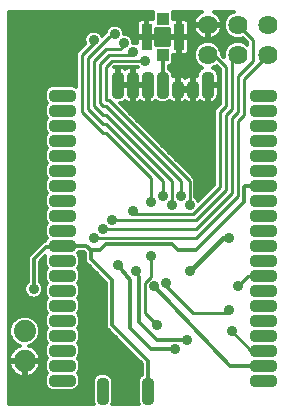
<source format=gbl>
G75*
G70*
%OFA0B0*%
%FSLAX24Y24*%
%IPPOS*%
%LPD*%
%AMOC8*
5,1,8,0,0,1.08239X$1,22.5*
%
%ADD10C,0.0640*%
%ADD11C,0.0120*%
%ADD12C,0.0300*%
%ADD13R,0.0335X0.0866*%
%ADD14R,0.0394X0.0413*%
%ADD15C,0.0740*%
%ADD16C,0.0350*%
%ADD17C,0.0100*%
%ADD18C,0.0160*%
D10*
X006960Y012276D03*
X006960Y013276D03*
X007960Y013276D03*
X007960Y012276D03*
X008960Y012276D03*
X008960Y013276D03*
D11*
X000320Y013716D02*
X000320Y000636D01*
X003154Y000636D01*
X003120Y000719D01*
X003120Y001434D01*
X003164Y001541D01*
X003246Y001622D01*
X003352Y001666D01*
X003568Y001666D01*
X003674Y001622D01*
X003756Y001541D01*
X003800Y001434D01*
X003800Y000719D01*
X003766Y000636D01*
X004654Y000636D01*
X004620Y000719D01*
X004620Y001434D01*
X004664Y001541D01*
X004746Y001622D01*
X004760Y001628D01*
X004760Y001994D01*
X003677Y003076D01*
X003560Y003194D01*
X003560Y004694D01*
X002977Y005276D01*
X002860Y005394D01*
X002860Y005694D01*
X002827Y005726D01*
X002662Y005726D01*
X002656Y005712D01*
X002620Y005676D01*
X002656Y005641D01*
X002700Y005534D01*
X002700Y005319D01*
X002656Y005212D01*
X002620Y005176D01*
X002656Y005141D01*
X002700Y005034D01*
X002700Y004819D01*
X002656Y004712D01*
X002620Y004676D01*
X002656Y004641D01*
X002700Y004534D01*
X002700Y004319D01*
X002656Y004212D01*
X002620Y004176D01*
X002656Y004141D01*
X002700Y004034D01*
X002700Y003819D01*
X002656Y003712D01*
X002620Y003676D01*
X002656Y003641D01*
X002700Y003534D01*
X002700Y003319D01*
X002656Y003212D01*
X002620Y003176D01*
X002656Y003141D01*
X002700Y003034D01*
X002700Y002819D01*
X002656Y002712D01*
X002620Y002676D01*
X002656Y002641D01*
X002700Y002534D01*
X002700Y002319D01*
X002656Y002212D01*
X002620Y002176D01*
X002656Y002141D01*
X002700Y002034D01*
X002700Y001819D01*
X002656Y001712D01*
X002620Y001676D01*
X002656Y001641D01*
X002700Y001534D01*
X002700Y001319D01*
X002656Y001212D01*
X002574Y001131D01*
X002468Y001086D01*
X001752Y001086D01*
X001646Y001131D01*
X001564Y001212D01*
X001520Y001319D01*
X001520Y001534D01*
X001564Y001641D01*
X001600Y001676D01*
X001564Y001712D01*
X001520Y001819D01*
X001520Y002034D01*
X001564Y002141D01*
X001600Y002176D01*
X001564Y002212D01*
X001520Y002319D01*
X001520Y002534D01*
X001564Y002641D01*
X001600Y002676D01*
X001564Y002712D01*
X001520Y002819D01*
X001520Y003034D01*
X001564Y003141D01*
X001600Y003176D01*
X001564Y003212D01*
X001520Y003319D01*
X001520Y003534D01*
X001564Y003641D01*
X001600Y003676D01*
X001564Y003712D01*
X001520Y003819D01*
X001520Y004034D01*
X001564Y004141D01*
X001600Y004176D01*
X001564Y004212D01*
X001520Y004319D01*
X001520Y004534D01*
X001564Y004641D01*
X001600Y004676D01*
X001564Y004712D01*
X001520Y004819D01*
X001520Y005034D01*
X001564Y005141D01*
X001600Y005176D01*
X001564Y005212D01*
X001520Y005319D01*
X001520Y005534D01*
X001534Y005567D01*
X001360Y005394D01*
X001360Y004722D01*
X001427Y004655D01*
X001475Y004539D01*
X001475Y004414D01*
X001427Y004298D01*
X001338Y004209D01*
X001223Y004161D01*
X001097Y004161D01*
X000982Y004209D01*
X000893Y004298D01*
X000845Y004414D01*
X000845Y004539D01*
X000893Y004655D01*
X000960Y004722D01*
X000960Y005559D01*
X001360Y005959D01*
X001477Y006076D01*
X001538Y006076D01*
X001564Y006141D01*
X001600Y006176D01*
X001564Y006212D01*
X001520Y006319D01*
X001520Y006534D01*
X001564Y006641D01*
X001600Y006676D01*
X001564Y006712D01*
X001520Y006819D01*
X001520Y007034D01*
X001564Y007141D01*
X001600Y007176D01*
X001564Y007212D01*
X001520Y007319D01*
X001520Y007534D01*
X001564Y007641D01*
X001600Y007676D01*
X001564Y007712D01*
X001520Y007819D01*
X001520Y008034D01*
X001564Y008141D01*
X001600Y008176D01*
X001564Y008212D01*
X001520Y008319D01*
X001520Y008534D01*
X001564Y008641D01*
X001600Y008676D01*
X001564Y008712D01*
X001520Y008819D01*
X001520Y009034D01*
X001564Y009141D01*
X001600Y009176D01*
X001564Y009212D01*
X001520Y009319D01*
X001520Y009534D01*
X001564Y009641D01*
X001600Y009676D01*
X001564Y009712D01*
X001520Y009819D01*
X001520Y010034D01*
X001564Y010141D01*
X001600Y010176D01*
X001564Y010212D01*
X001520Y010319D01*
X001520Y010534D01*
X001564Y010641D01*
X001600Y010676D01*
X001564Y010712D01*
X001520Y010819D01*
X001520Y011034D01*
X001564Y011141D01*
X001646Y011222D01*
X001752Y011266D01*
X002468Y011266D01*
X002570Y011224D01*
X002570Y012355D01*
X002681Y012466D01*
X002869Y012655D01*
X002845Y012714D01*
X002845Y012839D01*
X002893Y012955D01*
X002982Y013043D01*
X003097Y013091D01*
X003223Y013091D01*
X003338Y013043D01*
X003427Y012955D01*
X003440Y012925D01*
X003494Y012979D01*
X003505Y013011D01*
X003545Y013031D01*
X003545Y013039D01*
X003593Y013155D01*
X003682Y013243D01*
X003797Y013291D01*
X003923Y013291D01*
X004038Y013243D01*
X004127Y013155D01*
X004175Y013039D01*
X004175Y012991D01*
X004223Y012991D01*
X004338Y012943D01*
X004427Y012855D01*
X004475Y012739D01*
X004475Y012691D01*
X004523Y012691D01*
X004591Y012663D01*
X004591Y012853D01*
X004895Y012853D01*
X004895Y012900D01*
X004591Y012900D01*
X004591Y013330D01*
X004602Y013371D01*
X004623Y013408D01*
X004653Y013437D01*
X004690Y013459D01*
X004730Y013469D01*
X004895Y013469D01*
X004895Y012900D01*
X004942Y012900D01*
X004942Y013469D01*
X005107Y013469D01*
X005123Y013465D01*
X005123Y013716D01*
X000320Y013716D01*
X000320Y013646D02*
X005123Y013646D01*
X005123Y013528D02*
X000320Y013528D01*
X000320Y013409D02*
X004625Y013409D01*
X004591Y013291D02*
X003924Y013291D01*
X003796Y013291D02*
X000320Y013291D01*
X000320Y013172D02*
X003611Y013172D01*
X003551Y013054D02*
X003313Y013054D01*
X003435Y012935D02*
X003450Y012935D01*
X003007Y013054D02*
X000320Y013054D01*
X000320Y012935D02*
X002885Y012935D01*
X002845Y012817D02*
X000320Y012817D01*
X000320Y012698D02*
X002851Y012698D01*
X002795Y012580D02*
X000320Y012580D01*
X000320Y012461D02*
X002676Y012461D01*
X002570Y012343D02*
X000320Y012343D01*
X000320Y012224D02*
X002570Y012224D01*
X002570Y012106D02*
X000320Y012106D01*
X000320Y011987D02*
X002570Y011987D01*
X002570Y011869D02*
X000320Y011869D01*
X000320Y011750D02*
X002570Y011750D01*
X002570Y011632D02*
X000320Y011632D01*
X000320Y011513D02*
X002570Y011513D01*
X002570Y011395D02*
X000320Y011395D01*
X000320Y011276D02*
X002570Y011276D01*
X001581Y011158D02*
X000320Y011158D01*
X000320Y011039D02*
X001522Y011039D01*
X001520Y010921D02*
X000320Y010921D01*
X000320Y010802D02*
X001527Y010802D01*
X001592Y010684D02*
X000320Y010684D01*
X000320Y010565D02*
X001533Y010565D01*
X001520Y010447D02*
X000320Y010447D01*
X000320Y010328D02*
X001520Y010328D01*
X001566Y010210D02*
X000320Y010210D01*
X000320Y010091D02*
X001544Y010091D01*
X001520Y009973D02*
X000320Y009973D01*
X000320Y009854D02*
X001520Y009854D01*
X001554Y009736D02*
X000320Y009736D01*
X000320Y009617D02*
X001555Y009617D01*
X001520Y009499D02*
X000320Y009499D01*
X000320Y009380D02*
X001520Y009380D01*
X001544Y009262D02*
X000320Y009262D01*
X000320Y009143D02*
X001567Y009143D01*
X001520Y009025D02*
X000320Y009025D01*
X000320Y008906D02*
X001520Y008906D01*
X001533Y008788D02*
X000320Y008788D01*
X000320Y008669D02*
X001593Y008669D01*
X001527Y008551D02*
X000320Y008551D01*
X000320Y008432D02*
X001520Y008432D01*
X001522Y008314D02*
X000320Y008314D01*
X000320Y008195D02*
X001581Y008195D01*
X001538Y008077D02*
X000320Y008077D01*
X000320Y007958D02*
X001520Y007958D01*
X001520Y007840D02*
X000320Y007840D01*
X000320Y007721D02*
X001560Y007721D01*
X001549Y007603D02*
X000320Y007603D01*
X000320Y007484D02*
X001520Y007484D01*
X001520Y007366D02*
X000320Y007366D01*
X000320Y007247D02*
X001550Y007247D01*
X001559Y007129D02*
X000320Y007129D01*
X000320Y007010D02*
X001520Y007010D01*
X001520Y006892D02*
X000320Y006892D01*
X000320Y006773D02*
X001539Y006773D01*
X001578Y006655D02*
X000320Y006655D01*
X000320Y006536D02*
X001521Y006536D01*
X001520Y006418D02*
X000320Y006418D01*
X000320Y006299D02*
X001528Y006299D01*
X001595Y006181D02*
X000320Y006181D01*
X000320Y006062D02*
X001463Y006062D01*
X001345Y005944D02*
X000320Y005944D01*
X000320Y005825D02*
X001226Y005825D01*
X001108Y005707D02*
X000320Y005707D01*
X000320Y005588D02*
X000989Y005588D01*
X000960Y005470D02*
X000320Y005470D01*
X000320Y005351D02*
X000960Y005351D01*
X000960Y005233D02*
X000320Y005233D01*
X000320Y005114D02*
X000960Y005114D01*
X000960Y004996D02*
X000320Y004996D01*
X000320Y004877D02*
X000960Y004877D01*
X000960Y004759D02*
X000320Y004759D01*
X000320Y004640D02*
X000887Y004640D01*
X000845Y004522D02*
X000320Y004522D01*
X000320Y004403D02*
X000849Y004403D01*
X000906Y004285D02*
X000320Y004285D01*
X000320Y004166D02*
X001085Y004166D01*
X001235Y004166D02*
X001590Y004166D01*
X001534Y004285D02*
X001414Y004285D01*
X001471Y004403D02*
X001520Y004403D01*
X001520Y004522D02*
X001475Y004522D01*
X001433Y004640D02*
X001564Y004640D01*
X001545Y004759D02*
X001360Y004759D01*
X001360Y004877D02*
X001520Y004877D01*
X001520Y004996D02*
X001360Y004996D01*
X001360Y005114D02*
X001553Y005114D01*
X001556Y005233D02*
X001360Y005233D01*
X001360Y005351D02*
X001520Y005351D01*
X001520Y005470D02*
X001436Y005470D01*
X001160Y005476D02*
X001560Y005876D01*
X002060Y005876D01*
X002110Y005926D01*
X002910Y005926D01*
X003060Y005776D01*
X003060Y005476D01*
X003760Y004776D01*
X003760Y003276D01*
X004960Y002076D01*
X004960Y001076D01*
X004620Y001085D02*
X003800Y001085D01*
X003800Y000967D02*
X004620Y000967D01*
X004620Y000848D02*
X003800Y000848D01*
X003800Y000730D02*
X004620Y000730D01*
X004620Y001204D02*
X003800Y001204D01*
X003800Y001322D02*
X004620Y001322D01*
X004623Y001441D02*
X003797Y001441D01*
X003737Y001559D02*
X004683Y001559D01*
X004760Y001678D02*
X002622Y001678D01*
X002690Y001559D02*
X003183Y001559D01*
X003123Y001441D02*
X002700Y001441D01*
X002700Y001322D02*
X003120Y001322D01*
X003120Y001204D02*
X002648Y001204D01*
X002691Y001796D02*
X004760Y001796D01*
X004760Y001915D02*
X002700Y001915D01*
X002700Y002033D02*
X004720Y002033D01*
X004602Y002152D02*
X002645Y002152D01*
X002680Y002270D02*
X004483Y002270D01*
X004365Y002389D02*
X002700Y002389D01*
X002700Y002507D02*
X004246Y002507D01*
X004128Y002626D02*
X002662Y002626D01*
X002669Y002744D02*
X004009Y002744D01*
X003891Y002863D02*
X002700Y002863D01*
X002700Y002981D02*
X003772Y002981D01*
X003654Y003100D02*
X002673Y003100D01*
X002658Y003218D02*
X003560Y003218D01*
X003560Y003337D02*
X002700Y003337D01*
X002700Y003455D02*
X003560Y003455D01*
X003560Y003574D02*
X002683Y003574D01*
X002636Y003692D02*
X003560Y003692D01*
X003560Y003811D02*
X002697Y003811D01*
X002700Y003929D02*
X003560Y003929D01*
X003560Y004048D02*
X002694Y004048D01*
X002630Y004166D02*
X003560Y004166D01*
X003560Y004285D02*
X002686Y004285D01*
X002700Y004403D02*
X003560Y004403D01*
X003560Y004522D02*
X002700Y004522D01*
X002656Y004640D02*
X003560Y004640D01*
X003495Y004759D02*
X002675Y004759D01*
X002700Y004877D02*
X003376Y004877D01*
X003258Y004996D02*
X002700Y004996D01*
X002667Y005114D02*
X003139Y005114D01*
X003021Y005233D02*
X002664Y005233D01*
X002700Y005351D02*
X002902Y005351D01*
X002860Y005470D02*
X002700Y005470D01*
X002677Y005588D02*
X002860Y005588D01*
X002847Y005707D02*
X002651Y005707D01*
X003060Y005776D02*
X003360Y005776D01*
X003560Y005976D01*
X005760Y005976D01*
X005960Y005776D01*
X006560Y005776D01*
X008160Y007376D01*
X008160Y007876D01*
X008210Y007926D01*
X008810Y007926D01*
X007170Y007955D02*
X007170Y010455D01*
X007370Y010655D01*
X007370Y011798D01*
X007251Y011917D01*
X007221Y011886D01*
X007146Y011856D01*
X007157Y011851D01*
X007208Y011817D01*
X007251Y011774D01*
X007285Y011723D01*
X007308Y011667D01*
X007320Y011607D01*
X007320Y011316D01*
X007000Y011316D01*
X007000Y011236D01*
X007000Y010666D01*
X007041Y010666D01*
X007100Y010678D01*
X007157Y010702D01*
X007208Y010736D01*
X007251Y010779D01*
X007285Y010830D01*
X007308Y010886D01*
X007320Y010946D01*
X007320Y011236D01*
X007000Y011236D01*
X006920Y011236D01*
X006920Y010666D01*
X006879Y010666D01*
X006820Y010678D01*
X006763Y010702D01*
X006712Y010736D01*
X006710Y010738D01*
X006708Y010736D01*
X006657Y010702D01*
X006600Y010678D01*
X006541Y010666D01*
X006500Y010666D01*
X006500Y011086D01*
X006420Y011086D01*
X006420Y010666D01*
X006379Y010666D01*
X006320Y010678D01*
X006263Y010702D01*
X006212Y010736D01*
X006210Y010738D01*
X006208Y010736D01*
X006157Y010702D01*
X006100Y010678D01*
X006041Y010666D01*
X006000Y010666D01*
X006000Y011086D01*
X005920Y011086D01*
X005920Y010666D01*
X005879Y010666D01*
X005820Y010678D01*
X005763Y010702D01*
X005712Y010736D01*
X005696Y010752D01*
X005674Y010731D01*
X005568Y010686D01*
X005352Y010686D01*
X005246Y010731D01*
X005224Y010752D01*
X005208Y010736D01*
X005157Y010702D01*
X005100Y010678D01*
X005041Y010666D01*
X005000Y010666D01*
X005000Y011236D01*
X004920Y011236D01*
X004920Y010666D01*
X004879Y010666D01*
X004820Y010678D01*
X004763Y010702D01*
X004712Y010736D01*
X004710Y010738D01*
X004708Y010736D01*
X004657Y010702D01*
X004600Y010678D01*
X004541Y010666D01*
X004500Y010666D01*
X004500Y011236D01*
X004420Y011236D01*
X004420Y010666D01*
X004379Y010666D01*
X004320Y010678D01*
X004263Y010702D01*
X004212Y010736D01*
X004210Y010738D01*
X004208Y010736D01*
X004157Y010702D01*
X004100Y010678D01*
X004041Y010666D01*
X004039Y010666D01*
X006439Y008266D01*
X006550Y008155D01*
X006550Y007532D01*
X006627Y007455D01*
X006640Y007425D01*
X007170Y007955D01*
X007170Y007958D02*
X006550Y007958D01*
X006550Y007840D02*
X007055Y007840D01*
X006936Y007721D02*
X006550Y007721D01*
X006550Y007603D02*
X006818Y007603D01*
X006699Y007484D02*
X006597Y007484D01*
X006550Y008077D02*
X007170Y008077D01*
X007170Y008195D02*
X006510Y008195D01*
X006391Y008314D02*
X007170Y008314D01*
X007170Y008432D02*
X006273Y008432D01*
X006154Y008551D02*
X007170Y008551D01*
X007170Y008669D02*
X006036Y008669D01*
X005917Y008788D02*
X007170Y008788D01*
X007170Y008906D02*
X005799Y008906D01*
X005680Y009025D02*
X007170Y009025D01*
X007170Y009143D02*
X005562Y009143D01*
X005443Y009262D02*
X007170Y009262D01*
X007170Y009380D02*
X005325Y009380D01*
X005206Y009499D02*
X007170Y009499D01*
X007170Y009617D02*
X005088Y009617D01*
X004969Y009736D02*
X007170Y009736D01*
X007170Y009854D02*
X004851Y009854D01*
X004732Y009973D02*
X007170Y009973D01*
X007170Y010091D02*
X004614Y010091D01*
X004495Y010210D02*
X007170Y010210D01*
X007170Y010328D02*
X004377Y010328D01*
X004258Y010447D02*
X007170Y010447D01*
X007280Y010565D02*
X004140Y010565D01*
X004114Y010684D02*
X004306Y010684D01*
X004420Y010684D02*
X004500Y010684D01*
X004614Y010684D02*
X004806Y010684D01*
X004920Y010684D02*
X005000Y010684D01*
X005114Y010684D02*
X005806Y010684D01*
X005920Y010684D02*
X006000Y010684D01*
X006114Y010684D02*
X006306Y010684D01*
X006420Y010684D02*
X006500Y010684D01*
X006614Y010684D02*
X006806Y010684D01*
X006920Y010684D02*
X007000Y010684D01*
X007114Y010684D02*
X007370Y010684D01*
X007370Y010802D02*
X007267Y010802D01*
X007315Y010921D02*
X007370Y010921D01*
X007370Y011039D02*
X007320Y011039D01*
X007320Y011158D02*
X007370Y011158D01*
X007370Y011276D02*
X007000Y011276D01*
X007000Y011158D02*
X006920Y011158D01*
X006920Y011039D02*
X007000Y011039D01*
X007000Y010921D02*
X006920Y010921D01*
X006920Y010802D02*
X007000Y010802D01*
X007320Y011395D02*
X007370Y011395D01*
X007370Y011513D02*
X007320Y011513D01*
X007315Y011632D02*
X007370Y011632D01*
X007370Y011750D02*
X007267Y011750D01*
X007299Y011869D02*
X007178Y011869D01*
X007500Y012205D02*
X007420Y012285D01*
X007420Y012368D01*
X007350Y012537D01*
X007221Y012666D01*
X007051Y012736D01*
X006868Y012736D01*
X006699Y012666D01*
X006570Y012537D01*
X006500Y012368D01*
X006500Y012185D01*
X006570Y012016D01*
X006699Y011886D01*
X006774Y011856D01*
X006763Y011851D01*
X006712Y011817D01*
X006669Y011774D01*
X006635Y011723D01*
X006612Y011667D01*
X006600Y011607D01*
X006600Y011575D01*
X006541Y011586D01*
X006500Y011586D01*
X006500Y011166D01*
X006420Y011166D01*
X006420Y011086D01*
X006320Y011086D01*
X006000Y011086D01*
X006000Y011166D01*
X006420Y011166D01*
X006420Y011586D01*
X006379Y011586D01*
X006320Y011574D01*
X006263Y011551D01*
X006212Y011517D01*
X006210Y011515D01*
X006208Y011517D01*
X006157Y011551D01*
X006100Y011574D01*
X006041Y011586D01*
X006000Y011586D01*
X006000Y011166D01*
X005920Y011166D01*
X005920Y011586D01*
X005879Y011586D01*
X005820Y011574D01*
X005800Y011566D01*
X005800Y011634D01*
X005756Y011741D01*
X005674Y011822D01*
X005660Y011828D01*
X005660Y011929D01*
X005715Y011929D01*
X005797Y012011D01*
X005797Y012288D01*
X005813Y012283D01*
X005978Y012283D01*
X005978Y012853D01*
X006025Y012853D01*
X006025Y012900D01*
X006329Y012900D01*
X006329Y013330D01*
X006318Y013371D01*
X006297Y013408D01*
X006267Y013437D01*
X006230Y013459D01*
X006190Y013469D01*
X006025Y013469D01*
X006025Y012900D01*
X005978Y012900D01*
X005978Y013469D01*
X005813Y013469D01*
X005797Y013465D01*
X005797Y013716D01*
X006766Y013716D01*
X006708Y013687D01*
X006647Y013642D01*
X006594Y013589D01*
X006549Y013528D01*
X005797Y013528D01*
X005797Y013646D02*
X006653Y013646D01*
X006549Y013528D02*
X006515Y013461D01*
X006492Y013389D01*
X006480Y013314D01*
X006480Y013305D01*
X006931Y013305D01*
X006931Y013248D01*
X006480Y013248D01*
X006480Y013239D01*
X006492Y013164D01*
X006515Y013092D01*
X006549Y013025D01*
X006594Y012964D01*
X006647Y012910D01*
X006708Y012866D01*
X006776Y012832D01*
X006848Y012808D01*
X006922Y012796D01*
X006931Y012796D01*
X006931Y013248D01*
X006989Y013248D01*
X006989Y013305D01*
X007440Y013305D01*
X007440Y013314D01*
X007428Y013389D01*
X007405Y013461D01*
X007371Y013528D01*
X007566Y013528D01*
X007570Y013537D02*
X007500Y013368D01*
X007500Y013185D01*
X007570Y013016D01*
X007699Y012886D01*
X007868Y012816D01*
X008051Y012816D01*
X008122Y012846D01*
X008270Y012698D01*
X008270Y012617D01*
X008221Y012666D01*
X008051Y012736D01*
X007868Y012736D01*
X007699Y012666D01*
X007570Y012537D01*
X007500Y012368D01*
X007500Y012205D01*
X007500Y012224D02*
X007481Y012224D01*
X007500Y012343D02*
X007420Y012343D01*
X007381Y012461D02*
X007539Y012461D01*
X007613Y012580D02*
X007307Y012580D01*
X007143Y012698D02*
X007777Y012698D01*
X007867Y012817D02*
X007099Y012817D01*
X007072Y012808D02*
X007144Y012832D01*
X007212Y012866D01*
X007273Y012910D01*
X007326Y012964D01*
X007371Y013025D01*
X007405Y013092D01*
X007428Y013164D01*
X007440Y013239D01*
X007440Y013248D01*
X006989Y013248D01*
X006989Y012796D01*
X006998Y012796D01*
X007072Y012808D01*
X006989Y012817D02*
X006931Y012817D01*
X006821Y012817D02*
X006329Y012817D01*
X006329Y012853D02*
X006025Y012853D01*
X006025Y012283D01*
X006190Y012283D01*
X006230Y012294D01*
X006267Y012315D01*
X006297Y012345D01*
X006318Y012382D01*
X006329Y012422D01*
X006329Y012853D01*
X006329Y012935D02*
X006622Y012935D01*
X006535Y013054D02*
X006329Y013054D01*
X006329Y013172D02*
X006490Y013172D01*
X006329Y013291D02*
X006931Y013291D01*
X006989Y013291D02*
X007500Y013291D01*
X007505Y013172D02*
X007430Y013172D01*
X007385Y013054D02*
X007554Y013054D01*
X007650Y012935D02*
X007298Y012935D01*
X006989Y012935D02*
X006931Y012935D01*
X006931Y013054D02*
X006989Y013054D01*
X006989Y013172D02*
X006931Y013172D01*
X006777Y012698D02*
X006329Y012698D01*
X006329Y012580D02*
X006613Y012580D01*
X006539Y012461D02*
X006329Y012461D01*
X006295Y012343D02*
X006500Y012343D01*
X006500Y012224D02*
X005797Y012224D01*
X005797Y012106D02*
X006533Y012106D01*
X006598Y011987D02*
X005773Y011987D01*
X005660Y011869D02*
X006742Y011869D01*
X006653Y011750D02*
X005746Y011750D01*
X005800Y011632D02*
X006605Y011632D01*
X006500Y011513D02*
X006420Y011513D01*
X006420Y011395D02*
X006500Y011395D01*
X006500Y011276D02*
X006420Y011276D01*
X006420Y011158D02*
X006000Y011158D01*
X006000Y011276D02*
X005920Y011276D01*
X005920Y011395D02*
X006000Y011395D01*
X006000Y011513D02*
X005920Y011513D01*
X005920Y011039D02*
X006000Y011039D01*
X006000Y010921D02*
X005920Y010921D01*
X005920Y010802D02*
X006000Y010802D01*
X006420Y010802D02*
X006500Y010802D01*
X006500Y010921D02*
X006420Y010921D01*
X006420Y011039D02*
X006500Y011039D01*
X006025Y012343D02*
X005978Y012343D01*
X005978Y012461D02*
X006025Y012461D01*
X006025Y012580D02*
X005978Y012580D01*
X005978Y012698D02*
X006025Y012698D01*
X006025Y012817D02*
X005978Y012817D01*
X005978Y012853D02*
X005674Y012853D01*
X005674Y012623D01*
X005246Y012623D01*
X005246Y012853D01*
X004942Y012853D01*
X004942Y012900D01*
X005246Y012900D01*
X005246Y013130D01*
X005674Y013130D01*
X005674Y012900D01*
X005978Y012900D01*
X005978Y012853D01*
X005978Y012935D02*
X006025Y012935D01*
X006025Y013054D02*
X005978Y013054D01*
X005978Y013172D02*
X006025Y013172D01*
X006025Y013291D02*
X005978Y013291D01*
X005978Y013409D02*
X006025Y013409D01*
X006295Y013409D02*
X006499Y013409D01*
X007154Y013716D02*
X007820Y013716D01*
X007699Y013666D01*
X007570Y013537D01*
X007517Y013409D02*
X007421Y013409D01*
X007371Y013528D02*
X007326Y013589D01*
X007273Y013642D01*
X007212Y013687D01*
X007154Y013716D01*
X007267Y013646D02*
X007680Y013646D01*
X008053Y012817D02*
X008151Y012817D01*
X008143Y012698D02*
X008269Y012698D01*
X005674Y012698D02*
X005246Y012698D01*
X005246Y012817D02*
X005674Y012817D01*
X005674Y012935D02*
X005246Y012935D01*
X005246Y013054D02*
X005674Y013054D01*
X005460Y012276D02*
X005460Y011276D01*
X005460Y011356D02*
X005460Y011176D01*
X005000Y011158D02*
X004920Y011158D01*
X004920Y011236D02*
X004600Y011236D01*
X004500Y011236D01*
X004500Y011316D01*
X004920Y011316D01*
X004920Y011236D01*
X004920Y011276D02*
X004500Y011276D01*
X004500Y011316D02*
X004420Y011316D01*
X004420Y011236D01*
X004100Y011236D01*
X004000Y011236D01*
X004000Y011316D01*
X004420Y011316D01*
X004420Y011886D01*
X004379Y011886D01*
X004320Y011874D01*
X004263Y011851D01*
X004212Y011817D01*
X004210Y011815D01*
X004208Y011817D01*
X004157Y011851D01*
X004100Y011874D01*
X004041Y011886D01*
X004000Y011886D01*
X004000Y011316D01*
X003920Y011316D01*
X003920Y011886D01*
X003879Y011886D01*
X003829Y011876D01*
X003839Y011886D01*
X004605Y011886D01*
X004628Y011863D01*
X004600Y011874D01*
X004541Y011886D01*
X004500Y011886D01*
X004500Y011316D01*
X004500Y011395D02*
X004420Y011395D01*
X004420Y011513D02*
X004500Y011513D01*
X004500Y011632D02*
X004420Y011632D01*
X004420Y011750D02*
X004500Y011750D01*
X004500Y011869D02*
X004420Y011869D01*
X004306Y011869D02*
X004114Y011869D01*
X004000Y011869D02*
X003920Y011869D01*
X003920Y011750D02*
X004000Y011750D01*
X004000Y011632D02*
X003920Y011632D01*
X003920Y011513D02*
X004000Y011513D01*
X004000Y011395D02*
X003920Y011395D01*
X004000Y011276D02*
X004420Y011276D01*
X004420Y011158D02*
X004500Y011158D01*
X004500Y011039D02*
X004420Y011039D01*
X004420Y010921D02*
X004500Y010921D01*
X004500Y010802D02*
X004420Y010802D01*
X004920Y010802D02*
X005000Y010802D01*
X005000Y010921D02*
X004920Y010921D01*
X004920Y011039D02*
X005000Y011039D01*
X004622Y011869D02*
X004614Y011869D01*
X004591Y012698D02*
X004475Y012698D01*
X004443Y012817D02*
X004591Y012817D01*
X004591Y012935D02*
X004346Y012935D01*
X004169Y013054D02*
X004591Y013054D01*
X004591Y013172D02*
X004109Y013172D01*
X004895Y013172D02*
X004942Y013172D01*
X004942Y013054D02*
X004895Y013054D01*
X004895Y012935D02*
X004942Y012935D01*
X004942Y013291D02*
X004895Y013291D01*
X004895Y013409D02*
X004942Y013409D01*
X001160Y005476D02*
X001160Y004476D01*
X001526Y004048D02*
X000320Y004048D01*
X000320Y003929D02*
X001520Y003929D01*
X001523Y003811D02*
X000320Y003811D01*
X000320Y003692D02*
X001584Y003692D01*
X001537Y003574D02*
X000992Y003574D01*
X000961Y003586D02*
X000759Y003586D01*
X000571Y003509D01*
X000428Y003365D01*
X000350Y003178D01*
X000350Y002975D01*
X000428Y002787D01*
X000571Y002644D01*
X000712Y002586D01*
X000657Y002568D01*
X000582Y002530D01*
X000515Y002481D01*
X000456Y002422D01*
X000407Y002354D01*
X000369Y002280D01*
X000343Y002200D01*
X000330Y002118D01*
X000330Y002116D01*
X000820Y002116D01*
X000820Y002036D01*
X000900Y002036D01*
X000900Y001546D01*
X000902Y001546D01*
X000984Y001559D01*
X001530Y001559D01*
X001520Y001441D02*
X000320Y001441D01*
X000320Y001559D02*
X000736Y001559D01*
X000818Y001546D01*
X000820Y001546D01*
X000820Y002036D01*
X000330Y002036D01*
X000330Y002035D01*
X000343Y001952D01*
X000369Y001873D01*
X000407Y001799D01*
X000456Y001731D01*
X000515Y001672D01*
X000582Y001623D01*
X000657Y001585D01*
X000736Y001559D01*
X000820Y001559D02*
X000900Y001559D01*
X000984Y001559D02*
X001063Y001585D01*
X001138Y001623D01*
X001205Y001672D01*
X001264Y001731D01*
X001313Y001799D01*
X001351Y001873D01*
X001377Y001952D01*
X001390Y002035D01*
X001390Y002036D01*
X000900Y002036D01*
X000900Y002116D01*
X001390Y002116D01*
X001390Y002118D01*
X001377Y002200D01*
X001351Y002280D01*
X001313Y002354D01*
X001264Y002422D01*
X001205Y002481D01*
X001138Y002530D01*
X001063Y002568D01*
X001008Y002586D01*
X001149Y002644D01*
X001292Y002787D01*
X001370Y002975D01*
X001370Y003178D01*
X001292Y003365D01*
X001149Y003509D01*
X000961Y003586D01*
X000728Y003574D02*
X000320Y003574D01*
X000320Y003455D02*
X000518Y003455D01*
X000416Y003337D02*
X000320Y003337D01*
X000320Y003218D02*
X000367Y003218D01*
X000350Y003100D02*
X000320Y003100D01*
X000320Y002981D02*
X000350Y002981D01*
X000320Y002863D02*
X000396Y002863D01*
X000471Y002744D02*
X000320Y002744D01*
X000320Y002626D02*
X000615Y002626D01*
X000552Y002507D02*
X000320Y002507D01*
X000320Y002389D02*
X000432Y002389D01*
X000366Y002270D02*
X000320Y002270D01*
X000320Y002152D02*
X000335Y002152D01*
X000320Y002033D02*
X000330Y002033D01*
X000320Y001915D02*
X000355Y001915D01*
X000320Y001796D02*
X000408Y001796D01*
X000320Y001678D02*
X000509Y001678D01*
X000820Y001678D02*
X000900Y001678D01*
X000900Y001796D02*
X000820Y001796D01*
X000820Y001915D02*
X000900Y001915D01*
X000900Y002033D02*
X000820Y002033D01*
X001168Y002507D02*
X001520Y002507D01*
X001520Y002389D02*
X001288Y002389D01*
X001354Y002270D02*
X001540Y002270D01*
X001575Y002152D02*
X001385Y002152D01*
X001390Y002033D02*
X001520Y002033D01*
X001520Y001915D02*
X001365Y001915D01*
X001312Y001796D02*
X001529Y001796D01*
X001598Y001678D02*
X001211Y001678D01*
X001520Y001322D02*
X000320Y001322D01*
X000320Y001204D02*
X001572Y001204D01*
X001558Y002626D02*
X001105Y002626D01*
X001249Y002744D02*
X001551Y002744D01*
X001520Y002863D02*
X001324Y002863D01*
X001370Y002981D02*
X001520Y002981D01*
X001547Y003100D02*
X001370Y003100D01*
X001353Y003218D02*
X001562Y003218D01*
X001520Y003337D02*
X001304Y003337D01*
X001202Y003455D02*
X001520Y003455D01*
X000320Y001085D02*
X003120Y001085D01*
X003120Y000967D02*
X000320Y000967D01*
X000320Y000848D02*
X003120Y000848D01*
X003120Y000730D02*
X000320Y000730D01*
X004360Y004776D02*
X003960Y005276D01*
X004360Y004776D02*
X004360Y003176D01*
X005060Y002476D01*
X005860Y002476D01*
X006260Y002776D02*
X005260Y002776D01*
X004660Y003376D01*
X004660Y004876D01*
X004560Y005076D01*
X005160Y004576D02*
X007710Y001926D01*
X008810Y001926D01*
D12*
X009110Y001976D02*
X009110Y001876D01*
X008510Y001876D01*
X008510Y001976D01*
X009110Y001976D01*
X009110Y002376D02*
X009110Y002476D01*
X009110Y002376D02*
X008510Y002376D01*
X008510Y002476D01*
X009110Y002476D01*
X009110Y002876D02*
X009110Y002976D01*
X009110Y002876D02*
X008510Y002876D01*
X008510Y002976D01*
X009110Y002976D01*
X009110Y003376D02*
X009110Y003476D01*
X009110Y003376D02*
X008510Y003376D01*
X008510Y003476D01*
X009110Y003476D01*
X009110Y003876D02*
X009110Y003976D01*
X009110Y003876D02*
X008510Y003876D01*
X008510Y003976D01*
X009110Y003976D01*
X009110Y004376D02*
X009110Y004476D01*
X009110Y004376D02*
X008510Y004376D01*
X008510Y004476D01*
X009110Y004476D01*
X009110Y004876D02*
X009110Y004976D01*
X009110Y004876D02*
X008510Y004876D01*
X008510Y004976D01*
X009110Y004976D01*
X009110Y005376D02*
X009110Y005476D01*
X009110Y005376D02*
X008510Y005376D01*
X008510Y005476D01*
X009110Y005476D01*
X009110Y005876D02*
X009110Y005976D01*
X009110Y005876D02*
X008510Y005876D01*
X008510Y005976D01*
X009110Y005976D01*
X009110Y006376D02*
X009110Y006476D01*
X009110Y006376D02*
X008510Y006376D01*
X008510Y006476D01*
X009110Y006476D01*
X009110Y006876D02*
X009110Y006976D01*
X009110Y006876D02*
X008510Y006876D01*
X008510Y006976D01*
X009110Y006976D01*
X009110Y007376D02*
X009110Y007476D01*
X009110Y007376D02*
X008510Y007376D01*
X008510Y007476D01*
X009110Y007476D01*
X009110Y007876D02*
X009110Y007976D01*
X009110Y007876D02*
X008510Y007876D01*
X008510Y007976D01*
X009110Y007976D01*
X009110Y008376D02*
X009110Y008476D01*
X009110Y008376D02*
X008510Y008376D01*
X008510Y008476D01*
X009110Y008476D01*
X009110Y008876D02*
X009110Y008976D01*
X009110Y008876D02*
X008510Y008876D01*
X008510Y008976D01*
X009110Y008976D01*
X009110Y009376D02*
X009110Y009476D01*
X009110Y009376D02*
X008510Y009376D01*
X008510Y009476D01*
X009110Y009476D01*
X009110Y009876D02*
X009110Y009976D01*
X009110Y009876D02*
X008510Y009876D01*
X008510Y009976D01*
X009110Y009976D01*
X009110Y010376D02*
X009110Y010476D01*
X009110Y010376D02*
X008510Y010376D01*
X008510Y010476D01*
X009110Y010476D01*
X009110Y010876D02*
X009110Y010976D01*
X009110Y010876D02*
X008510Y010876D01*
X008510Y010976D01*
X009110Y010976D01*
X007010Y011576D02*
X006910Y011576D01*
X007010Y011576D02*
X007010Y010976D01*
X006910Y010976D01*
X006910Y011576D01*
X006910Y011275D02*
X007010Y011275D01*
X007010Y011574D02*
X006910Y011574D01*
X006510Y011276D02*
X006410Y011276D01*
X006510Y011276D02*
X006510Y010976D01*
X006410Y010976D01*
X006410Y011276D01*
X006410Y011275D02*
X006510Y011275D01*
X006010Y011276D02*
X005910Y011276D01*
X006010Y011276D02*
X006010Y010976D01*
X005910Y010976D01*
X005910Y011276D01*
X005910Y011275D02*
X006010Y011275D01*
X005510Y011576D02*
X005410Y011576D01*
X005510Y011576D02*
X005510Y010976D01*
X005410Y010976D01*
X005410Y011576D01*
X005410Y011275D02*
X005510Y011275D01*
X005510Y011574D02*
X005410Y011574D01*
X005010Y011576D02*
X004910Y011576D01*
X005010Y011576D02*
X005010Y010976D01*
X004910Y010976D01*
X004910Y011576D01*
X004910Y011275D02*
X005010Y011275D01*
X005010Y011574D02*
X004910Y011574D01*
X004510Y011576D02*
X004410Y011576D01*
X004510Y011576D02*
X004510Y010976D01*
X004410Y010976D01*
X004410Y011576D01*
X004410Y011275D02*
X004510Y011275D01*
X004510Y011574D02*
X004410Y011574D01*
X004010Y011576D02*
X003910Y011576D01*
X004010Y011576D02*
X004010Y010976D01*
X003910Y010976D01*
X003910Y011576D01*
X003910Y011275D02*
X004010Y011275D01*
X004010Y011574D02*
X003910Y011574D01*
X002410Y010976D02*
X002410Y010876D01*
X001810Y010876D01*
X001810Y010976D01*
X002410Y010976D01*
X002410Y010476D02*
X002410Y010376D01*
X001810Y010376D01*
X001810Y010476D01*
X002410Y010476D01*
X002410Y009976D02*
X002410Y009876D01*
X001810Y009876D01*
X001810Y009976D01*
X002410Y009976D01*
X002410Y009476D02*
X002410Y009376D01*
X001810Y009376D01*
X001810Y009476D01*
X002410Y009476D01*
X002410Y008976D02*
X002410Y008876D01*
X001810Y008876D01*
X001810Y008976D01*
X002410Y008976D01*
X002410Y008476D02*
X002410Y008376D01*
X001810Y008376D01*
X001810Y008476D01*
X002410Y008476D01*
X002410Y007976D02*
X002410Y007876D01*
X001810Y007876D01*
X001810Y007976D01*
X002410Y007976D01*
X002410Y007476D02*
X002410Y007376D01*
X001810Y007376D01*
X001810Y007476D01*
X002410Y007476D01*
X002410Y006976D02*
X002410Y006876D01*
X001810Y006876D01*
X001810Y006976D01*
X002410Y006976D01*
X002410Y006476D02*
X002410Y006376D01*
X001810Y006376D01*
X001810Y006476D01*
X002410Y006476D01*
X002410Y005976D02*
X002410Y005876D01*
X001810Y005876D01*
X001810Y005976D01*
X002410Y005976D01*
X002410Y005476D02*
X002410Y005376D01*
X001810Y005376D01*
X001810Y005476D01*
X002410Y005476D01*
X002410Y004976D02*
X002410Y004876D01*
X001810Y004876D01*
X001810Y004976D01*
X002410Y004976D01*
X002410Y004476D02*
X002410Y004376D01*
X001810Y004376D01*
X001810Y004476D01*
X002410Y004476D01*
X002410Y003976D02*
X002410Y003876D01*
X001810Y003876D01*
X001810Y003976D01*
X002410Y003976D01*
X002410Y003476D02*
X002410Y003376D01*
X001810Y003376D01*
X001810Y003476D01*
X002410Y003476D01*
X002410Y002976D02*
X002410Y002876D01*
X001810Y002876D01*
X001810Y002976D01*
X002410Y002976D01*
X002410Y002476D02*
X002410Y002376D01*
X001810Y002376D01*
X001810Y002476D01*
X002410Y002476D01*
X002410Y001976D02*
X002410Y001876D01*
X001810Y001876D01*
X001810Y001976D01*
X002410Y001976D01*
X002410Y001476D02*
X002410Y001376D01*
X001810Y001376D01*
X001810Y001476D01*
X002410Y001476D01*
X003410Y000776D02*
X003510Y000776D01*
X003410Y000776D02*
X003410Y001376D01*
X003510Y001376D01*
X003510Y000776D01*
X003510Y001075D02*
X003410Y001075D01*
X003410Y001374D02*
X003510Y001374D01*
X004910Y000776D02*
X005010Y000776D01*
X004910Y000776D02*
X004910Y001376D01*
X005010Y001376D01*
X005010Y000776D01*
X005010Y001075D02*
X004910Y001075D01*
X004910Y001374D02*
X005010Y001374D01*
X009110Y001376D02*
X009110Y001476D01*
X009110Y001376D02*
X008510Y001376D01*
X008510Y001476D01*
X009110Y001476D01*
D13*
X006001Y012876D03*
X004919Y012876D03*
D14*
X005460Y012276D03*
X005460Y013477D03*
D15*
X000860Y003076D03*
X000860Y002076D03*
D16*
X001160Y004476D03*
X003160Y006176D03*
X003460Y006476D03*
X003760Y006776D03*
X004460Y007076D03*
X005060Y007376D03*
X005460Y007576D03*
X005760Y007276D03*
X006060Y007576D03*
X006360Y007276D03*
X007660Y006176D03*
X007960Y004576D03*
X007660Y003776D03*
X007760Y003076D03*
X006360Y005076D03*
X005560Y004676D03*
X005160Y004576D03*
X004560Y005076D03*
X005060Y005576D03*
X003960Y005276D03*
X005260Y003276D03*
X005860Y002476D03*
X006260Y002776D03*
X001160Y008776D03*
X001060Y012176D03*
X003160Y012776D03*
X003860Y012976D03*
X004160Y012676D03*
X004460Y012376D03*
X004860Y012076D03*
D17*
X003760Y012076D01*
X003560Y011876D01*
X003560Y010776D01*
X003660Y010776D01*
X006360Y008076D01*
X006360Y007276D01*
X006460Y006976D02*
X007360Y007876D01*
X007360Y010376D01*
X007560Y010576D01*
X007560Y011876D01*
X007160Y012276D01*
X006960Y012276D01*
X007760Y012076D02*
X007960Y012276D01*
X007760Y012076D02*
X007760Y010476D01*
X007560Y010276D01*
X007560Y007776D01*
X006560Y006776D01*
X003760Y006776D01*
X003460Y006476D02*
X006560Y006476D01*
X007760Y007676D01*
X007760Y010176D01*
X007960Y010376D01*
X007960Y011576D01*
X008460Y012076D01*
X008460Y012776D01*
X007960Y013276D01*
X008960Y012276D02*
X008160Y011476D01*
X008160Y010276D01*
X007960Y010076D01*
X007960Y007576D01*
X006560Y006176D01*
X003160Y006176D01*
X004460Y007076D02*
X004560Y006976D01*
X006460Y006976D01*
X006060Y007576D02*
X006060Y008076D01*
X003560Y010576D01*
X003460Y010576D01*
X003360Y010676D01*
X003360Y011976D01*
X003660Y012276D01*
X004360Y012276D01*
X004460Y012376D01*
X004060Y012476D02*
X004160Y012676D01*
X004060Y012476D02*
X003560Y012476D01*
X003160Y012076D01*
X003160Y010576D01*
X003460Y010276D01*
X003560Y010276D01*
X005760Y008076D01*
X005760Y007276D01*
X005460Y007576D02*
X005460Y008076D01*
X003560Y009976D01*
X003460Y009976D01*
X002960Y010476D01*
X002960Y012176D01*
X003660Y012876D01*
X003860Y012976D01*
X003160Y012776D02*
X003160Y012676D01*
X002760Y012276D01*
X002760Y010376D01*
X003460Y009676D01*
X003560Y009676D01*
X005060Y008176D01*
X005060Y007376D01*
X005060Y005576D02*
X005060Y004876D01*
X004860Y004676D01*
X004860Y003676D01*
X005260Y003276D01*
X006460Y003676D02*
X005560Y004576D01*
X005560Y004676D01*
X006460Y003676D02*
X007560Y003676D01*
X007660Y003776D01*
X007760Y003076D02*
X008410Y002426D01*
X008810Y002426D01*
X007960Y004576D02*
X008310Y004926D01*
X008810Y004926D01*
D18*
X007660Y006176D02*
X007460Y006176D01*
X006360Y005076D01*
M02*

</source>
